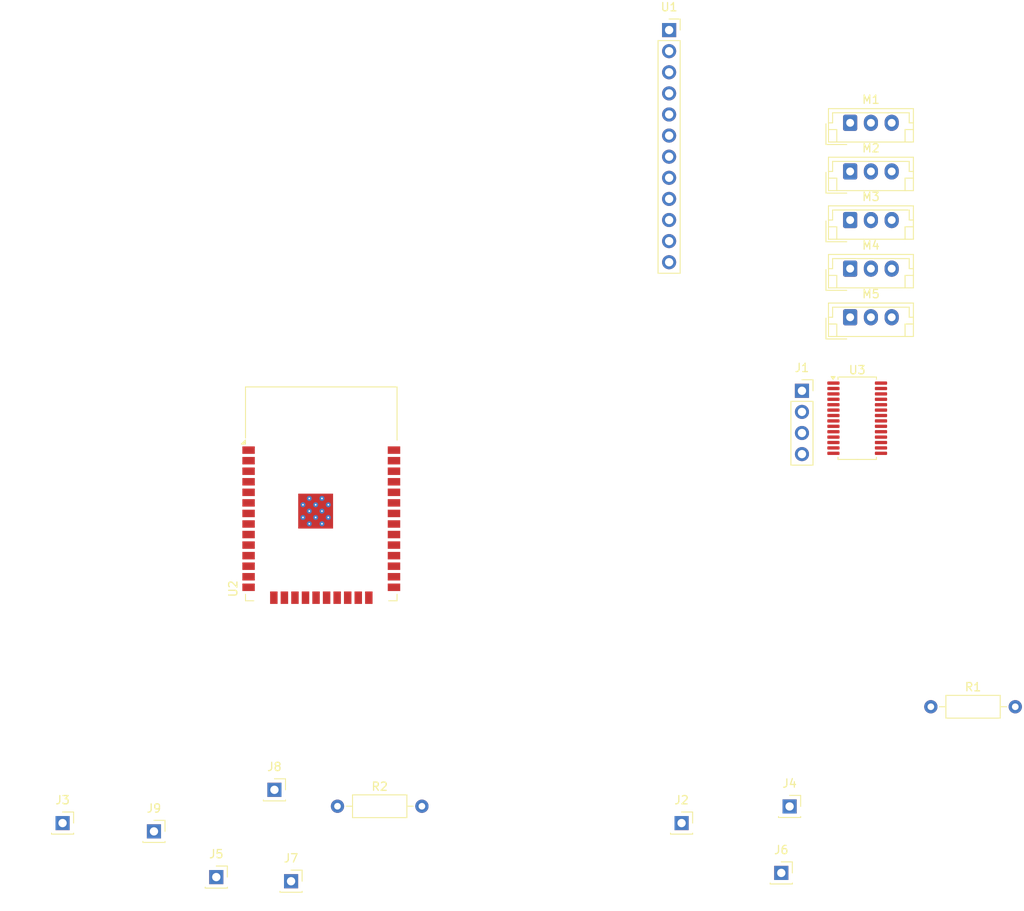
<source format=kicad_pcb>
(kicad_pcb (version 20240108) (generator "pcbnew") (generator_version "8.0")
  (layers (0 "F.Cu" signal) (31 "B.Cu" signal) (34 "B.Paste" user) (35 "F.Paste" user) (36 "B.SilkS" user "B.Silkscreen") (37 "F.SilkS" user "F.Silkscreen") (38 "B.Mask" user) (39 "F.Mask" user) (44 "Edge.Cuts" user))
  (net 0 "")
  (net 1 "Net-(J1-Pin_3)")
  (net 2 "Net-(J1-Pin_4)")
  (net 3 "Net-(J1-Pin_2)")
  (net 4 "Net-(J1-Pin_1)")
  (net 5 "12V")
  (net 6 "5V")
  (net 7 "GND")
  (net 8 "Earth")
  (net 9 "PWM1")
  (net 10 "PWM2")
  (net 11 "PWM3")
  (net 12 "PWM4")
  (net 13 "PWM5")
  (net 14 "SDA")
  (net 15 "SCL")
  (net 16 "DIR+")
  (net 17 "ENA+")
  (net 18 "PUL+")
  (footprint "Connector_PinSocket_2.54mm:PinSocket_1x12_P2.54mm_Vertical" (layer "F.Cu") (at 166 30.06)
    (property "Reference" "U1" (at 0 -2.77 0) (layer "F.SilkS"))
    (property "Value" "TB6600")
    (fp_line (start -1.33 1.27) (end -1.33 29.27) (stroke (width 0.12)) (layer "F.SilkS"))
    (fp_line (start -1.33 1.27) (end 1.33 1.27) (stroke (width 0.12)) (layer "F.SilkS"))
    (fp_line (start -1.33 29.27) (end 1.33 29.27) (stroke (width 0.12)) (layer "F.SilkS"))
    (fp_line (start 0 -1.33) (end 1.33 -1.33) (stroke (width 0.12)) (layer "F.SilkS"))
    (fp_line (start 1.33 -1.33) (end 1.33 0) (stroke (width 0.12)) (layer "F.SilkS"))
    (fp_line (start 1.33 1.27) (end 1.33 29.27) (stroke (width 0.12)) (layer "F.SilkS"))
    (pad "1" thru_hole rect (at 0 0) (size 1.7 1.7) (drill 1) (layers "*.Cu" "*.Mask") (net 8 "Earth"))
    (pad "2" thru_hole oval (at 0 2.54) (size 1.7 1.7) (drill 1) (layers "*.Cu" "*.Mask") (net 17 "ENA+"))
    (pad "3" thru_hole oval (at 0 5.08) (size 1.7 1.7) (drill 1) (layers "*.Cu" "*.Mask") (net 8 "Earth"))
    (pad "4" thru_hole oval (at 0 7.62) (size 1.7 1.7) (drill 1) (layers "*.Cu" "*.Mask") (net 16 "DIR+"))
    (pad "5" thru_hole oval (at 0 10.16) (size 1.7 1.7) (drill 1) (layers "*.Cu" "*.Mask") (net 8 "Earth"))
    (pad "6" thru_hole oval (at 0 12.7) (size 1.7 1.7) (drill 1) (layers "*.Cu" "*.Mask") (net 18 "PUL+"))
    (pad "7" thru_hole oval (at 0 15.24) (size 1.7 1.7) (drill 1) (layers "*.Cu" "*.Mask") (net 3 "Net-(J1-Pin_2)"))
    (pad "8" thru_hole oval (at 0 17.78) (size 1.7 1.7) (drill 1) (layers "*.Cu" "*.Mask") (net 4 "Net-(J1-Pin_1)"))
    (pad "9" thru_hole oval (at 0 20.32) (size 1.7 1.7) (drill 1) (layers "*.Cu" "*.Mask") (net 1 "Net-(J1-Pin_3)"))
    (pad "10" thru_hole oval (at 0 22.86) (size 1.7 1.7) (drill 1) (layers "*.Cu" "*.Mask") (net 2 "Net-(J1-Pin_4)"))
    (pad "11" thru_hole oval (at 0 25.4) (size 1.7 1.7) (drill 1) (layers "*.Cu" "*.Mask") (net 8 "Earth"))
    (pad "12" thru_hole oval (at 0 27.94) (size 1.7 1.7) (drill 1) (layers "*.Cu" "*.Mask") (net 5 "12V"))
  )
  (footprint "RF_Module:ESP32-WROOM-32" (layer "F.Cu") (at 124.1375 88.865)
    (property "Reference" "U2" (at -10.61 8.43 90) (layer "F.SilkS"))
    (property "Value" "ESP32-WROOM-32")
    (fp_line (start -9.12 -15.86) (end -9.12 -9.7) (stroke (width 0.12)) (layer "F.SilkS"))
    (fp_line (start -9.12 -15.86) (end 9.12 -15.86) (stroke (width 0.12)) (layer "F.SilkS"))
    (fp_line (start -9.12 9.1) (end -9.12 9.88) (stroke (width 0.12)) (layer "F.SilkS"))
    (fp_line (start -9.12 9.88) (end -8.12 9.88) (stroke (width 0.12)) (layer "F.SilkS"))
    (fp_line (start 9.12 -15.86) (end 9.12 -9.445) (stroke (width 0.12)) (layer "F.SilkS"))
    (fp_line (start 9.12 9.1) (end 9.12 9.88) (stroke (width 0.12)) (layer "F.SilkS"))
    (fp_line (start 9.12 9.88) (end 8.12 9.88) (stroke (width 0.12)) (layer "F.SilkS"))
    (fp_poly (pts (xy -9.125 -8.975) (xy -9.625 -8.975) (xy -9.125 -9.475) (xy -9.125 -8.975)) (stroke (width 0.12)) (fill solid) (layer "F.SilkS"))
    (pad "1" smd rect (at -8.75 -8.25) (size 1.5 0.9) (layers "F.Cu" "F.Paste" "F.Mask") (net 7 "GND"))
    (pad "2" smd rect (at -8.75 -6.98) (size 1.5 0.9) (layers "F.Cu" "F.Paste" "F.Mask") (net 6 "5V"))
    (pad "3" smd rect (at -8.75 -5.71) (size 1.5 0.9) (layers "F.Cu" "F.Paste" "F.Mask"))
    (pad "4" smd rect (at -8.75 -4.44) (size 1.5 0.9) (layers "F.Cu" "F.Paste" "F.Mask"))
    (pad "5" smd rect (at -8.75 -3.17) (size 1.5 0.9) (layers "F.Cu" "F.Paste" "F.Mask"))
    (pad "6" smd rect (at -8.75 -1.9) (size 1.5 0.9) (layers "F.Cu" "F.Paste" "F.Mask"))
    (pad "7" smd rect (at -8.75 -0.63) (size 1.5 0.9) (layers "F.Cu" "F.Paste" "F.Mask"))
    (pad "8" smd rect (at -8.75 0.64) (size 1.5 0.9) (layers "F.Cu" "F.Paste" "F.Mask"))
    (pad "9" smd rect (at -8.75 1.91) (size 1.5 0.9) (layers "F.Cu" "F.Paste" "F.Mask"))
    (pad "10" smd rect (at -8.75 3.18) (size 1.5 0.9) (layers "F.Cu" "F.Paste" "F.Mask") (net 18 "PUL+"))
    (pad "11" smd rect (at -8.75 4.45) (size 1.5 0.9) (layers "F.Cu" "F.Paste" "F.Mask") (net 16 "DIR+"))
    (pad "12" smd rect (at -8.75 5.72) (size 1.5 0.9) (layers "F.Cu" "F.Paste" "F.Mask"))
    (pad "13" smd rect (at -8.75 6.99) (size 1.5 0.9) (layers "F.Cu" "F.Paste" "F.Mask") (net 17 "ENA+"))
    (pad "14" smd rect (at -8.75 8.26) (size 1.5 0.9) (layers "F.Cu" "F.Paste" "F.Mask"))
    (pad "15" smd rect (at -5.71 9.51 90) (size 1.5 0.9) (layers "F.Cu" "F.Paste" "F.Mask") (net 7 "GND"))
    (pad "16" smd rect (at -4.44 9.51 90) (size 1.5 0.9) (layers "F.Cu" "F.Paste" "F.Mask"))
    (pad "17" smd rect (at -3.17 9.51 90) (size 1.5 0.9) (layers "F.Cu" "F.Paste" "F.Mask"))
    (pad "18" smd rect (at -1.9 9.51 90) (size 1.5 0.9) (layers "F.Cu" "F.Paste" "F.Mask"))
    (pad "19" smd rect (at -0.63 9.51 90) (size 1.5 0.9) (layers "F.Cu" "F.Paste" "F.Mask"))
    (pad "20" smd rect (at 0.64 9.51 90) (size 1.5 0.9) (layers "F.Cu" "F.Paste" "F.Mask"))
    (pad "21" smd rect (at 1.91 9.51 90) (size 1.5 0.9) (layers "F.Cu" "F.Paste" "F.Mask"))
    (pad "22" smd rect (at 3.18 9.51 90) (size 1.5 0.9) (layers "F.Cu" "F.Paste" "F.Mask"))
    (pad "23" smd rect (at 4.45 9.51 90) (size 1.5 0.9) (layers "F.Cu" "F.Paste" "F.Mask"))
    (pad "24" smd rect (at 5.72 9.51 90) (size 1.5 0.9) (layers "F.Cu" "F.Paste" "F.Mask"))
    (pad "25" smd rect (at 8.75 8.26) (size 1.5 0.9) (layers "F.Cu" "F.Paste" "F.Mask"))
    (pad "26" smd rect (at 8.75 6.99) (size 1.5 0.9) (layers "F.Cu" "F.Paste" "F.Mask"))
    (pad "27" smd rect (at 8.75 5.72) (size 1.5 0.9) (layers "F.Cu" "F.Paste" "F.Mask"))
    (pad "28" smd rect (at 8.75 4.45) (size 1.5 0.9) (layers "F.Cu" "F.Paste" "F.Mask"))
    (pad "29" smd rect (at 8.75 3.18) (size 1.5 0.9) (layers "F.Cu" "F.Paste" "F.Mask"))
    (pad "30" smd rect (at 8.75 1.91) (size 1.5 0.9) (layers "F.Cu" "F.Paste" "F.Mask"))
    (pad "31" smd rect (at 8.75 0.64) (size 1.5 0.9) (layers "F.Cu" "F.Paste" "F.Mask"))
    (pad "32" smd rect (at 8.75 -0.63) (size 1.5 0.9) (layers "F.Cu" "F.Paste" "F.Mask"))
    (pad "33" smd rect (at 8.75 -1.9) (size 1.5 0.9) (layers "F.Cu" "F.Paste" "F.Mask") (net 14 "SDA"))
    (pad "34" smd rect (at 8.75 -3.17) (size 1.5 0.9) (layers "F.Cu" "F.Paste" "F.Mask"))
    (pad "35" smd rect (at 8.75 -4.44) (size 1.5 0.9) (layers "F.Cu" "F.Paste" "F.Mask"))
    (pad "36" smd rect (at 8.75 -5.71) (size 1.5 0.9) (layers "F.Cu" "F.Paste" "F.Mask") (net 15 "SCL"))
    (pad "37" smd rect (at 8.75 -6.98) (size 1.5 0.9) (layers "F.Cu" "F.Paste" "F.Mask"))
    (pad "38" smd rect (at 8.75 -8.25) (size 1.5 0.9) (layers "F.Cu" "F.Paste" "F.Mask") (net 7 "GND"))
    (pad "39" smd rect (at -2.205 -2.435) (size 1.05 1.05) (layers "F.Cu" "F.Paste") (net 7 "GND"))
    (pad "39" thru_hole circle (at -2.205 -1.6725) (size 0.6 0.6) (drill 0.2) (property pad_prop_heatsink) (layers "*.Cu" "F.Mask") (net 7 "GND"))
    (pad "39" smd rect (at -2.205 -0.91) (size 1.05 1.05) (layers "F.Cu" "F.Paste") (net 7 "GND"))
    (pad "39" thru_hole circle (at -2.205 -0.1475) (size 0.6 0.6) (drill 0.2) (property pad_prop_heatsink) (layers "*.Cu" "F.Mask") (net 7 "GND"))
    (pad "39" smd rect (at -2.205 0.615) (size 1.05 1.05) (layers "F.Cu" "F.Paste") (net 7 "GND"))
    (pad "39" thru_hole circle (at -1.4425 -2.435) (size 0.6 0.6) (drill 0.2) (property pad_prop_heatsink) (layers "*.Cu" "F.Mask") (net 7 "GND"))
    (pad "39" thru_hole circle (at -1.4425 -0.91) (size 0.6 0.6) (drill 0.2) (property pad_prop_heatsink) (layers "*.Cu" "F.Mask") (net 7 "GND"))
    (pad "39" thru_hole circle (at -1.4425 0.615) (size 0.6 0.6) (drill 0.2) (property pad_prop_heatsink) (layers "*.Cu" "F.Mask") (net 7 "GND"))
    (pad "39" smd rect (at -0.68 -2.435) (size 1.05 1.05) (layers "F.Cu" "F.Paste") (net 7 "GND"))
    (pad "39" thru_hole circle (at -0.68 -1.6725) (size 0.6 0.6) (drill 0.2) (property pad_prop_heatsink) (layers "*.Cu" "F.Mask") (net 7 "GND"))
    (pad "39" smd rect (at -0.68 -0.91) (size 1.05 1.05) (layers "F.Cu" "F.Paste") (net 7 "GND"))
    (pad "39" smd rect (at -0.68 -0.91) (size 4.2 4.2) (layers "F.Cu" "F.Mask") (net 7 "GND"))
    (pad "39" thru_hole circle (at -0.68 -0.1475) (size 0.6 0.6) (drill 0.2) (property pad_prop_heatsink) (layers "*.Cu" "F.Mask") (net 7 "GND"))
    (pad "39" smd rect (at -0.68 0.615) (size 1.05 1.05) (layers "F.Cu" "F.Paste") (net 7 "GND"))
    (pad "39" thru_hole circle (at 0.0825 -2.435) (size 0.6 0.6) (drill 0.2) (property pad_prop_heatsink) (layers "*.Cu" "F.Mask") (net 7 "GND"))
    (pad "39" thru_hole circle (at 0.0825 -0.91) (size 0.6 0.6) (drill 0.2) (property pad_prop_heatsink) (layers "*.Cu" "F.Mask") (net 7 "GND"))
    (pad "39" thru_hole circle (at 0.0825 0.615) (size 0.6 0.6) (drill 0.2) (property pad_prop_heatsink) (layers "*.Cu" "F.Mask") (net 7 "GND"))
    (pad "39" smd rect (at 0.845 -2.435) (size 1.05 1.05) (layers "F.Cu" "F.Paste") (net 7 "GND"))
    (pad "39" thru_hole circle (at 0.845 -1.6725) (size 0.6 0.6) (drill 0.2) (property pad_prop_heatsink) (layers "*.Cu" "F.Mask") (net 7 "GND"))
    (pad "39" smd rect (at 0.845 -0.91) (size 1.05 1.05) (layers "F.Cu" "F.Paste") (net 7 "GND"))
    (pad "39" thru_hole circle (at 0.845 -0.1475) (size 0.6 0.6) (drill 0.2) (property pad_prop_heatsink) (layers "*.Cu" "F.Mask") (net 7 "GND"))
    (pad "39" smd rect (at 0.845 0.615) (size 1.05 1.05) (layers "F.Cu" "F.Paste") (net 7 "GND"))
  )
  (footprint "Package_SO:TSSOP-28_4.4x9.7mm_P0.65mm" (layer "F.Cu") (at 188.6375 76.775)
    (property "Reference" "U3" (at 0 -5.8 0) (layer "F.SilkS"))
    (property "Value" "PCA9685PW")
    (fp_line (start -2.31 -4.96) (end -2.31 -4.685) (stroke (width 0.12)) (layer "F.SilkS"))
    (fp_line (start -2.31 4.96) (end -2.31 4.685) (stroke (width 0.12)) (layer "F.SilkS"))
    (fp_line (start 0 -4.96) (end -2.31 -4.96) (stroke (width 0.12)) (layer "F.SilkS"))
    (fp_line (start 0 -4.96) (end 2.31 -4.96) (stroke (width 0.12)) (layer "F.SilkS"))
    (fp_line (start 0 4.96) (end -2.31 4.96) (stroke (width 0.12)) (layer "F.SilkS"))
    (fp_line (start 0 4.96) (end 2.31 4.96) (stroke (width 0.12)) (layer "F.SilkS"))
    (fp_line (start 2.31 -4.96) (end 2.31 -4.685) (stroke (width 0.12)) (layer "F.SilkS"))
    (fp_line (start 2.31 4.96) (end 2.31 4.685) (stroke (width 0.12)) (layer "F.SilkS"))
    (fp_poly (pts (xy -2.9 -4.685) (xy -3.14 -5.015) (xy -2.66 -5.015) (xy -2.9 -4.685)) (stroke (width 0.12)) (fill solid) (layer "F.SilkS"))
    (pad "1" smd roundrect (at -2.8625 -4.225) (size 1.475 0.4) (layers "F.Cu" "F.Paste" "F.Mask"))
    (pad "2" smd roundrect (at -2.8625 -3.575) (size 1.475 0.4) (layers "F.Cu" "F.Paste" "F.Mask"))
    (pad "3" smd roundrect (at -2.8625 -2.925) (size 1.475 0.4) (layers "F.Cu" "F.Paste" "F.Mask"))
    (pad "4" smd roundrect (at -2.8625 -2.275) (size 1.475 0.4) (layers "F.Cu" "F.Paste" "F.Mask"))
    (pad "5" smd roundrect (at -2.8625 -1.625) (size 1.475 0.4) (layers "F.Cu" "F.Paste" "F.Mask"))
    (pad "6" smd roundrect (at -2.8625 -0.975) (size 1.475 0.4) (layers "F.Cu" "F.Paste" "F.Mask") (net 9 "PWM1"))
    (pad "7" smd roundrect (at -2.8625 -0.325) (size 1.475 0.4) (layers "F.Cu" "F.Paste" "F.Mask") (net 10 "PWM2"))
    (pad "8" smd roundrect (at -2.8625 0.325) (size 1.475 0.4) (layers "F.Cu" "F.Paste" "F.Mask") (net 11 "PWM3"))
    (pad "9" smd roundrect (at -2.8625 0.975) (size 1.475 0.4) (layers "F.Cu" "F.Paste" "F.Mask") (net 12 "PWM4"))
    (pad "10" smd roundrect (at -2.8625 1.625) (size 1.475 0.4) (layers "F.Cu" "F.Paste" "F.Mask") (net 13 "PWM5"))
    (pad "11" smd roundrect (at -2.8625 2.275) (size 1.475 0.4) (layers "F.Cu" "F.Paste" "F.Mask"))
    (pad "12" smd roundrect (at -2.8625 2.925) (size 1.475 0.4) (layers "F.Cu" "F.Paste" "F.Mask"))
    (pad "13" smd roundrect (at -2.8625 3.575) (size 1.475 0.4) (layers "F.Cu" "F.Paste" "F.Mask"))
    (pad "14" smd roundrect (at -2.8625 4.225) (size 1.475 0.4) (layers "F.Cu" "F.Paste" "F.Mask") (net 6 "5V"))
    (pad "15" smd roundrect (at 2.8625 4.225) (size 1.475 0.4) (layers "F.Cu" "F.Paste" "F.Mask"))
    (pad "16" smd roundrect (at 2.8625 3.575) (size 1.475 0.4) (layers "F.Cu" "F.Paste" "F.Mask"))
    (pad "17" smd roundrect (at 2.8625 2.925) (size 1.475 0.4) (layers "F.Cu" "F.Paste" "F.Mask"))
    (pad "18" smd roundrect (at 2.8625 2.275) (size 1.475 0.4) (layers "F.Cu" "F.Paste" "F.Mask"))
    (pad "19" smd roundrect (at 2.8625 1.625) (size 1.475 0.4) (layers "F.Cu" "F.Paste" "F.Mask"))
    (pad "20" smd roundrect (at 2.8625 0.975) (size 1.475 0.4) (layers "F.Cu" "F.Paste" "F.Mask"))
    (pad "21" smd roundrect (at 2.8625 0.325) (size 1.475 0.4) (layers "F.Cu" "F.Paste" "F.Mask"))
    (pad "22" smd roundrect (at 2.8625 -0.325) (size 1.475 0.4) (layers "F.Cu" "F.Paste" "F.Mask"))
    (pad "23" smd roundrect (at 2.8625 -0.975) (size 1.475 0.4) (layers "F.Cu" "F.Paste" "F.Mask"))
    (pad "24" smd roundrect (at 2.8625 -1.625) (size 1.475 0.4) (layers "F.Cu" "F.Paste" "F.Mask"))
    (pad "25" smd roundrect (at 2.8625 -2.275) (size 1.475 0.4) (layers "F.Cu" "F.Paste" "F.Mask") (net 7 "GND"))
    (pad "26" smd roundrect (at 2.8625 -2.925) (size 1.475 0.4) (layers "F.Cu" "F.Paste" "F.Mask") (net 15 "SCL"))
    (pad "27" smd roundrect (at 2.8625 -3.575) (size 1.475 0.4) (layers "F.Cu" "F.Paste" "F.Mask") (net 14 "SDA"))
    (pad "28" smd roundrect (at 2.8625 -4.225) (size 1.475 0.4) (layers "F.Cu" "F.Paste" "F.Mask") (net 7 "GND"))
  )
  (footprint "Connector_JST:JST_EH_B3B-EH-A_1x03_P2.50mm_Vertical" (layer "F.Cu") (at 187.7875 41.225)
    (property "Reference" "M1" (at 2.5 -2.8 0) (layer "F.SilkS"))
    (property "Value" "Motor_Servo")
    (fp_line (start -2.91 0.11) (end -2.91 2.61) (stroke (width 0.12)) (layer "F.SilkS"))
    (fp_line (start -2.91 2.61) (end -0.41 2.61) (stroke (width 0.12)) (layer "F.SilkS"))
    (fp_line (start -2.61 -1.71) (end -2.61 2.31) (stroke (width 0.12)) (layer "F.SilkS"))
    (fp_line (start -2.61 0) (end -2.11 0) (stroke (width 0.12)) (layer "F.SilkS"))
    (fp_line (start -2.61 0.81) (end -1.61 0.81) (stroke (width 0.12)) (layer "F.SilkS"))
    (fp_line (start -2.61 2.31) (end 7.61 2.31) (stroke (width 0.12)) (layer "F.SilkS"))
    (fp_line (start -2.11 -1.21) (end 7.11 -1.21) (stroke (width 0.12)) (layer "F.SilkS"))
    (fp_line (start -2.11 0) (end -2.11 -1.21) (stroke (width 0.12)) (layer "F.SilkS"))
    (fp_line (start -1.61 0.81) (end -1.61 2.31) (stroke (width 0.12)) (layer "F.SilkS"))
    (fp_line (start 6.61 0.81) (end 6.61 2.31) (stroke (width 0.12)) (layer "F.SilkS"))
    (fp_line (start 7.11 -1.21) (end 7.11 0) (stroke (width 0.12)) (layer "F.SilkS"))
    (fp_line (start 7.11 0) (end 7.61 0) (stroke (width 0.12)) (layer "F.SilkS"))
    (fp_line (start 7.61 -1.71) (end -2.61 -1.71) (stroke (width 0.12)) (layer "F.SilkS"))
    (fp_line (start 7.61 0.81) (end 6.61 0.81) (stroke (width 0.12)) (layer "F.SilkS"))
    (fp_line (start 7.61 2.31) (end 7.61 -1.71) (stroke (width 0.12)) (layer "F.SilkS"))
    (pad "1" thru_hole roundrect (at 0 0) (size 1.7 1.95) (drill 0.95) (layers "*.Cu" "*.Mask") (roundrect_rratio 0.147059) (net 9 "PWM1"))
    (pad "2" thru_hole oval (at 2.5 0) (size 1.7 1.95) (drill 0.95) (layers "*.Cu" "*.Mask") (net 6 "5V"))
    (pad "3" thru_hole oval (at 5 0) (size 1.7 1.95) (drill 0.95) (layers "*.Cu" "*.Mask") (net 7 "GND"))
  )
  (footprint "Connector_PinSocket_2.54mm:PinSocket_1x01_P2.54mm_Vertical" (layer "F.Cu") (at 180.5 123.5)
    (property "Reference" "J4" (at 0 -2.77 0) (layer "F.SilkS"))
    (property "Value" "Conn_01x01_Socket")
    (fp_line (start -1.33 1.21) (end -1.33 1.33) (stroke (width 0.12)) (layer "F.SilkS"))
    (fp_line (start -1.33 1.33) (end 1.33 1.33) (stroke (width 0.12)) (layer "F.SilkS"))
    (fp_line (start 0 -1.33) (end 1.33 -1.33) (stroke (width 0.12)) (layer "F.SilkS"))
    (fp_line (start 1.33 -1.33) (end 1.33 0) (stroke (width 0.12)) (layer "F.SilkS"))
    (fp_line (start 1.33 1.21) (end 1.33 1.33) (stroke (width 0.12)) (layer "F.SilkS"))
    (pad "1" thru_hole rect (at 0 0) (size 1.7 1.7) (drill 1) (layers "*.Cu" "*.Mask") (net 7 "GND"))
  )
  (footprint "Connector_JST:JST_EH_B3B-EH-A_1x03_P2.50mm_Vertical" (layer "F.Cu") (at 187.7875 47.075)
    (property "Reference" "M2" (at 2.5 -2.8 0) (layer "F.SilkS"))
    (property "Value" "Motor_Servo")
    (fp_line (start -2.91 0.11) (end -2.91 2.61) (stroke (width 0.12)) (layer "F.SilkS"))
    (fp_line (start -2.91 2.61) (end -0.41 2.61) (stroke (width 0.12)) (layer "F.SilkS"))
    (fp_line (start -2.61 -1.71) (end -2.61 2.31) (stroke (width 0.12)) (layer "F.SilkS"))
    (fp_line (start -2.61 0) (end -2.11 0) (stroke (width 0.12)) (layer "F.SilkS"))
    (fp_line (start -2.61 0.81) (end -1.61 0.81) (stroke (width 0.12)) (layer "F.SilkS"))
    (fp_line (start -2.61 2.31) (end 7.61 2.31) (stroke (width 0.12)) (layer "F.SilkS"))
    (fp_line (start -2.11 -1.21) (end 7.11 -1.21) (stroke (width 0.12)) (layer "F.SilkS"))
    (fp_line (start -2.11 0) (end -2.11 -1.21) (stroke (width 0.12)) (layer "F.SilkS"))
    (fp_line (start -1.61 0.81) (end -1.61 2.31) (stroke (width 0.12)) (layer "F.SilkS"))
    (fp_line (start 6.61 0.81) (end 6.61 2.31) (stroke (width 0.12)) (layer "F.SilkS"))
    (fp_line (start 7.11 -1.21) (end 7.11 0) (stroke (width 0.12)) (layer "F.SilkS"))
    (fp_line (start 7.11 0) (end 7.61 0) (stroke (width 0.12)) (layer "F.SilkS"))
    (fp_line (start 7.61 -1.71) (end -2.61 -1.71) (stroke (width 0.12)) (layer "F.SilkS"))
    (fp_line (start 7.61 0.81) (end 6.61 0.81) (stroke (width 0.12)) (layer "F.SilkS"))
    (fp_line (start 7.61 2.31) (end 7.61 -1.71) (stroke (width 0.12)) (layer "F.SilkS"))
    (pad "1" thru_hole roundrect (at 0 0) (size 1.7 1.95) (drill 0.95) (layers "*.Cu" "*.Mask") (roundrect_rratio 0.147059) (net 10 "PWM2"))
    (pad "2" thru_hole oval (at 2.5 0) (size 1.7 1.95) (drill 0.95) (layers "*.Cu" "*.Mask") (net 6 "5V"))
    (pad "3" thru_hole oval (at 5 0) (size 1.7 1.95) (drill 0.95) (layers "*.Cu" "*.Mask") (net 7 "GND"))
  )
  (footprint "Connector_PinSocket_2.54mm:PinSocket_1x01_P2.54mm_Vertical" (layer "F.Cu") (at 167.5 125.5)
    (property "Reference" "J2" (at 0 -2.77 0) (layer "F.SilkS"))
    (property "Value" "Conn_01x01_Socket")
    (fp_line (start -1.33 1.21) (end -1.33 1.33) (stroke (width 0.12)) (layer "F.SilkS"))
    (fp_line (start -1.33 1.33) (end 1.33 1.33) (stroke (width 0.12)) (layer "F.SilkS"))
    (fp_line (start 0 -1.33) (end 1.33 -1.33) (stroke (width 0.12)) (layer "F.SilkS"))
    (fp_line (start 1.33 -1.33) (end 1.33 0) (stroke (width 0.12)) (layer "F.SilkS"))
    (fp_line (start 1.33 1.21) (end 1.33 1.33) (stroke (width 0.12)) (layer "F.SilkS"))
    (pad "1" thru_hole rect (at 0 0) (size 1.7 1.7) (drill 1) (layers "*.Cu" "*.Mask") (net 5 "12V"))
  )
  (footprint "Connector_JST:JST_EH_B3B-EH-A_1x03_P2.50mm_Vertical" (layer "F.Cu") (at 187.7875 52.925)
    (property "Reference" "M3" (at 2.5 -2.8 0) (layer "F.SilkS"))
    (property "Value" "Motor_Servo")
    (fp_line (start -2.91 0.11) (end -2.91 2.61) (stroke (width 0.12)) (layer "F.SilkS"))
    (fp_line (start -2.91 2.61) (end -0.41 2.61) (stroke (width 0.12)) (layer "F.SilkS"))
    (fp_line (start -2.61 -1.71) (end -2.61 2.31) (stroke (width 0.12)) (layer "F.SilkS"))
    (fp_line (start -2.61 0) (end -2.11 0) (stroke (width 0.12)) (layer "F.SilkS"))
    (fp_line (start -2.61 0.81) (end -1.61 0.81) (stroke (width 0.12)) (layer "F.SilkS"))
    (fp_line (start -2.61 2.31) (end 7.61 2.31) (stroke (width 0.12)) (layer "F.SilkS"))
    (fp_line (start -2.11 -1.21) (end 7.11 -1.21) (stroke (width 0.12)) (layer "F.SilkS"))
    (fp_line (start -2.11 0) (end -2.11 -1.21) (stroke (width 0.12)) (layer "F.SilkS"))
    (fp_line (start -1.61 0.81) (end -1.61 2.31) (stroke (width 0.12)) (layer "F.SilkS"))
    (fp_line (start 6.61 0.81) (end 6.61 2.31) (stroke (width 0.12)) (layer "F.SilkS"))
    (fp_line (start 7.11 -1.21) (end 7.11 0) (stroke (width 0.12)) (layer "F.SilkS"))
    (fp_line (start 7.11 0) (end 7.61 0) (stroke (width 0.12)) (layer "F.SilkS"))
    (fp_line (start 7.61 -1.71) (end -2.61 -1.71) (stroke (width 0.12)) (layer "F.SilkS"))
    (fp_line (start 7.61 0.81) (end 6.61 0.81) (stroke (width 0.12)) (layer "F.SilkS"))
    (fp_line (start 7.61 2.31) (end 7.61 -1.71) (stroke (width 0.12)) (layer "F.SilkS"))
    (pad "1" thru_hole roundrect (at 0 0) (size 1.7 1.95) (drill 0.95) (layers "*.Cu" "*.Mask") (roundrect_rratio 0.147059) (net 11 "PWM3"))
    (pad "2" thru_hole oval (at 2.5 0) (size 1.7 1.95) (drill 0.95) (layers "*.Cu" "*.Mask") (net 6 "5V"))
    (pad "3" thru_hole oval (at 5 0) (size 1.7 1.95) (drill 0.95) (layers "*.Cu" "*.Mask") (net 7 "GND"))
  )
  (footprint "Connector_JST:JST_EH_B3B-EH-A_1x03_P2.50mm_Vertical" (layer "F.Cu") (at 187.7875 58.775)
    (property "Reference" "M4" (at 2.5 -2.8 0) (layer "F.SilkS"))
    (property "Value" "Motor_Servo")
    (fp_line (start -2.91 0.11) (end -2.91 2.61) (stroke (width 0.12)) (layer "F.SilkS"))
    (fp_line (start -2.91 2.61) (end -0.41 2.61) (stroke (width 0.12)) (layer "F.SilkS"))
    (fp_line (start -2.61 -1.71) (end -2.61 2.31) (stroke (width 0.12)) (layer "F.SilkS"))
    (fp_line (start -2.61 0) (end -2.11 0) (stroke (width 0.12)) (layer "F.SilkS"))
    (fp_line (start -2.61 0.81) (end -1.61 0.81) (stroke (width 0.12)) (layer "F.SilkS"))
    (fp_line (start -2.61 2.31) (end 7.61 2.31) (stroke (width 0.12)) (layer "F.SilkS"))
    (fp_line (start -2.11 -1.21) (end 7.11 -1.21) (stroke (width 0.12)) (layer "F.SilkS"))
    (fp_line (start -2.11 0) (end -2.11 -1.21) (stroke (width 0.12)) (layer "F.SilkS"))
    (fp_line (start -1.61 0.81) (end -1.61 2.31) (stroke (width 0.12)) (layer "F.SilkS"))
    (fp_line (start 6.61 0.81) (end 6.61 2.31) (stroke (width 0.12)) (layer "F.SilkS"))
    (fp_line (start 7.11 -1.21) (end 7.11 0) (stroke (width 0.12)) (layer "F.SilkS"))
    (fp_line (start 7.11 0) (end 7.61 0) (stroke (width 0.12)) (layer "F.SilkS"))
    (fp_line (start 7.61 -1.71) (end -2.61 -1.71) (stroke (width 0.12)) (layer "F.SilkS"))
    (fp_line (start 7.61 0.81) (end 6.61 0.81) (stroke (width 0.12)) (layer "F.SilkS"))
    (fp_line (start 7.61 2.31) (end 7.61 -1.71) (stroke (width 0.12)) (layer "F.SilkS"))
    (pad "1" thru_hole roundrect (at 0 0) (size 1.7 1.95) (drill 0.95) (layers "*.Cu" "*.Mask") (roundrect_rratio 0.147059) (net 12 "PWM4"))
    (pad "2" thru_hole oval (at 2.5 0) (size 1.7 1.95) (drill 0.95) (layers "*.Cu" "*.Mask") (net 6 "5V"))
    (pad "3" thru_hole oval (at 5 0) (size 1.7 1.95) (drill 0.95) (layers "*.Cu" "*.Mask") (net 7 "GND"))
  )
  (footprint "Resistor_THT:R_Axial_DIN0207_L6.3mm_D2.5mm_P10.16mm_Horizontal" (layer "F.Cu") (at 197.5 111.5)
    (property "Reference" "R1" (at 5.08 -2.37 0) (layer "F.SilkS"))
    (property "Value" "4.7k")
    (fp_line (start 1.04 0) (end 1.81 0) (stroke (width 0.12)) (layer "F.SilkS"))
    (fp_line (start 1.81 -1.37) (end 1.81 1.37) (stroke (width 0.12)) (layer "F.SilkS"))
    (fp_line (start 1.81 1.37) (end 8.35 1.37) (stroke (width 0.12)) (layer "F.SilkS"))
    (fp_line (start 8.35 -1.37) (end 1.81 -1.37) (stroke (width 0.12)) (layer "F.SilkS"))
    (fp_line (start 8.35 1.37) (end 8.35 -1.37) (stroke (width 0.12)) (layer "F.SilkS"))
    (fp_line (start 9.12 0) (end 8.35 0) (stroke (width 0.12)) (layer "F.SilkS"))
    (pad "1" thru_hole circle (at 0 0) (size 1.6 1.6) (drill 0.8) (layers "*.Cu" "*.Mask") (net 6 "5V"))
    (pad "2" thru_hole oval (at 10.16 0) (size 1.6 1.6) (drill 0.8) (layers "*.Cu" "*.Mask") (net 14 "SDA"))
  )
  (footprint "Connector_PinSocket_2.54mm:PinSocket_1x01_P2.54mm_Vertical" (layer "F.Cu") (at 104 126.5)
    (property "Reference" "J9" (at 0 -2.77 0) (layer "F.SilkS"))
    (property "Value" "Conn_01x01_Socket")
    (fp_line (start -1.33 1.21) (end -1.33 1.33) (stroke (width 0.12)) (layer "F.SilkS"))
    (fp_line (start -1.33 1.33) (end 1.33 1.33) (stroke (width 0.12)) (layer "F.SilkS"))
    (fp_line (start 0 -1.33) (end 1.33 -1.33) (stroke (width 0.12)) (layer "F.SilkS"))
    (fp_line (start 1.33 -1.33) (end 1.33 0) (stroke (width 0.12)) (layer "F.SilkS"))
    (fp_line (start 1.33 1.21) (end 1.33 1.33) (stroke (width 0.12)) (layer "F.SilkS"))
    (pad "1" thru_hole rect (at 0 0) (size 1.7 1.7) (drill 1) (layers "*.Cu" "*.Mask") (net 7 "GND"))
  )
  (footprint "Connector_PinSocket_2.54mm:PinSocket_1x04_P2.54mm_Vertical" (layer "F.Cu") (at 181.9875 73.475)
    (property "Reference" "J1" (at 0 -2.77 0) (layer "F.SilkS"))
    (property "Value" "Conn_01x04_Pin")
    (fp_line (start -1.33 1.27) (end -1.33 8.95) (stroke (width 0.12)) (layer "F.SilkS"))
    (fp_line (start -1.33 1.27) (end 1.33 1.27) (stroke (width 0.12)) (layer "F.SilkS"))
    (fp_line (start -1.33 8.95) (end 1.33 8.95) (stroke (width 0.12)) (layer "F.SilkS"))
    (fp_line (start 0 -1.33) (end 1.33 -1.33) (stroke (width 0.12)) (layer "F.SilkS"))
    (fp_line (start 1.33 -1.33) (end 1.33 0) (stroke (width 0.12)) (layer "F.SilkS"))
    (fp_line (start 1.33 1.27) (end 1.33 8.95) (stroke (width 0.12)) (layer "F.SilkS"))
    (pad "1" thru_hole rect (at 0 0) (size 1.7 1.7) (drill 1) (layers "*.Cu" "*.Mask") (net 4 "Net-(J1-Pin_1)"))
    (pad "2" thru_hole oval (at 0 2.54) (size 1.7 1.7) (drill 1) (layers "*.Cu" "*.Mask") (net 3 "Net-(J1-Pin_2)"))
    (pad "3" thru_hole oval (at 0 5.08) (size 1.7 1.7) (drill 1) (layers "*.Cu" "*.Mask") (net 1 "Net-(J1-Pin_3)"))
    (pad "4" thru_hole oval (at 0 7.62) (size 1.7 1.7) (drill 1) (layers "*.Cu" "*.Mask") (net 2 "Net-(J1-Pin_4)"))
  )
  (footprint "Connector_PinSocket_2.54mm:PinSocket_1x01_P2.54mm_Vertical" (layer "F.Cu") (at 179.5 131.5)
    (property "Reference" "J6" (at 0 -2.77 0) (layer "F.SilkS"))
    (property "Value" "Conn_01x01_Socket")
    (fp_line (start -1.33 1.21) (end -1.33 1.33) (stroke (width 0.12)) (layer "F.SilkS"))
    (fp_line (start -1.33 1.33) (end 1.33 1.33) (stroke (width 0.12)) (layer "F.SilkS"))
    (fp_line (start 0 -1.33) (end 1.33 -1.33) (stroke (width 0.12)) (layer "F.SilkS"))
    (fp_line (start 1.33 -1.33) (end 1.33 0) (stroke (width 0.12)) (layer "F.SilkS"))
    (fp_line (start 1.33 1.21) (end 1.33 1.33) (stroke (width 0.12)) (layer "F.SilkS"))
    (pad "1" thru_hole rect (at 0 0) (size 1.7 1.7) (drill 1) (layers "*.Cu" "*.Mask") (net 5 "12V"))
  )
  (footprint "Connector_PinSocket_2.54mm:PinSocket_1x01_P2.54mm_Vertical" (layer "F.Cu") (at 111.5 132)
    (property "Reference" "J5" (at 0 -2.77 0) (layer "F.SilkS"))
    (property "Value" "Conn_01x01_Socket")
    (fp_line (start -1.33 1.21) (end -1.33 1.33) (stroke (width 0.12)) (layer "F.SilkS"))
    (fp_line (start -1.33 1.33) (end 1.33 1.33) (stroke (width 0.12)) (layer "F.SilkS"))
    (fp_line (start 0 -1.33) (end 1.33 -1.33) (stroke (width 0.12)) (layer "F.SilkS"))
    (fp_line (start 1.33 -1.33) (end 1.33 0) (stroke (width 0.12)) (layer "F.SilkS"))
    (fp_line (start 1.33 1.21) (end 1.33 1.33) (stroke (width 0.12)) (layer "F.SilkS"))
    (pad "1" thru_hole rect (at 0 0) (size 1.7 1.7) (drill 1) (layers "*.Cu" "*.Mask") (net 8 "Earth"))
  )
  (footprint "Connector_JST:JST_EH_B3B-EH-A_1x03_P2.50mm_Vertical" (layer "F.Cu") (at 187.7875 64.625)
    (property "Reference" "M5" (at 2.5 -2.8 0) (layer "F.SilkS"))
    (property "Value" "Motor_Servo")
    (fp_line (start -2.91 0.11) (end -2.91 2.61) (stroke (width 0.12)) (layer "F.SilkS"))
    (fp_line (start -2.91 2.61) (end -0.41 2.61) (stroke (width 0.12)) (layer "F.SilkS"))
    (fp_line (start -2.61 -1.71) (end -2.61 2.31) (stroke (width 0.12)) (layer "F.SilkS"))
    (fp_line (start -2.61 0) (end -2.11 0) (stroke (width 0.12)) (layer "F.SilkS"))
    (fp_line (start -2.61 0.81) (end -1.61 0.81) (stroke (width 0.12)) (layer "F.SilkS"))
    (fp_line (start -2.61 2.31) (end 7.61 2.31) (stroke (width 0.12)) (layer "F.SilkS"))
    (fp_line (start -2.11 -1.21) (end 7.11 -1.21) (stroke (width 0.12)) (layer "F.SilkS"))
    (fp_line (start -2.11 0) (end -2.11 -1.21) (stroke (width 0.12)) (layer "F.SilkS"))
    (fp_line (start -1.61 0.81) (end -1.61 2.31) (stroke (width 0.12)) (layer "F.SilkS"))
    (fp_line (start 6.61 0.81) (end 6.61 2.31) (stroke (width 0.12)) (layer "F.SilkS"))
    (fp_line (start 7.11 -1.21) (end 7.11 0) (stroke (width 0.12)) (layer "F.SilkS"))
    (fp_line (start 7.11 0) (end 7.61 0) (stroke (width 0.12)) (layer "F.SilkS"))
    (fp_line (start 7.61 -1.71) (end -2.61 -1.71) (stroke (width 0.12)) (layer "F.SilkS"))
    (fp_line (start 7.61 0.81) (end 6.61 0.81) (stroke (width 0.12)) (layer "F.SilkS"))
    (fp_line (start 7.61 2.31) (end 7.61 -1.71) (stroke (width 0.12)) (layer "F.SilkS"))
    (pad "1" thru_hole roundrect (at 0 0) (size 1.7 1.95) (drill 0.95) (layers "*.Cu" "*.Mask") (roundrect_rratio 0.147059) (net 13 "PWM5"))
    (pad "2" thru_hole oval (at 2.5 0) (size 1.7 1.95) (drill 0.95) (layers "*.Cu" "*.Mask") (net 6 "5V"))
    (pad "3" thru_hole oval (at 5 0) (size 1.7 1.95) (drill 0.95) (layers "*.Cu" "*.Mask") (net 7 "GND"))
  )
  (footprint "Connector_PinSocket_2.54mm:PinSocket_1x01_P2.54mm_Vertical" (layer "F.Cu") (at 120.5 132.5)
    (property "Reference" "J7" (at 0 -2.77 0) (layer "F.SilkS"))
    (property "Value" "Conn_01x01_Socket")
    (fp_line (start -1.33 1.21) (end -1.33 1.33) (stroke (width 0.12)) (layer "F.SilkS"))
    (fp_line (start -1.33 1.33) (end 1.33 1.33) (stroke (width 0.12)) (layer "F.SilkS"))
    (fp_line (start 0 -1.33) (end 1.33 -1.33) (stroke (width 0.12)) (layer "F.SilkS"))
    (fp_line (start 1.33 -1.33) (end 1.33 0) (stroke (width 0.12)) (layer "F.SilkS"))
    (fp_line (start 1.33 1.21) (end 1.33 1.33) (stroke (width 0.12)) (layer "F.SilkS"))
    (pad "1" thru_hole rect (at 0 0) (size 1.7 1.7) (drill 1) (layers "*.Cu" "*.Mask") (net 8 "Earth"))
  )
  (footprint "Connector_PinSocket_2.54mm:PinSocket_1x01_P2.54mm_Vertical" (layer "F.Cu") (at 93 125.5)
    (property "Reference" "J3" (at 0 -2.77 0) (layer "F.SilkS"))
    (property "Value" "Conn_01x01_Socket")
    (fp_line (start -1.33 1.21) (end -1.33 1.33) (stroke (width 0.12)) (layer "F.SilkS"))
    (fp_line (start -1.33 1.33) (end 1.33 1.33) (stroke (width 0.12)) (layer "F.SilkS"))
    (fp_line (start 0 -1.33) (end 1.33 -1.33) (stroke (width 0.12)) (layer "F.SilkS"))
    (fp_line (start 1.33 -1.33) (end 1.33 0) (stroke (width 0.12)) (layer "F.SilkS"))
    (fp_line (start 1.33 1.21) (end 1.33 1.33) (stroke (width 0.12)) (layer "F.SilkS"))
    (pad "1" thru_hole rect (at 0 0) (size 1.7 1.7) (drill 1) (layers "*.Cu" "*.Mask") (net 6 "5V"))
  )
  (footprint "Resistor_THT:R_Axial_DIN0207_L6.3mm_D2.5mm_P10.16mm_Horizontal" (layer "F.Cu") (at 126.0875 123.475)
    (property "Reference" "R2" (at 5.08 -2.37 0) (layer "F.SilkS"))
    (property "Value" "4.7k")
    (fp_line (start 1.04 0) (end 1.81 0) (stroke (width 0.12)) (layer "F.SilkS"))
    (fp_line (start 1.81 -1.37) (end 1.81 1.37) (stroke (width 0.12)) (layer "F.SilkS"))
    (fp_line (start 1.81 1.37) (end 8.35 1.37) (stroke (width 0.12)) (layer "F.SilkS"))
    (fp_line (start 8.35 -1.37) (end 1.81 -1.37) (stroke (width 0.12)) (layer "F.SilkS"))
    (fp_line (start 8.35 1.37) (end 8.35 -1.37) (stroke (width 0.12)) (layer "F.SilkS"))
    (fp_line (start 9.12 0) (end 8.35 0) (stroke (width 0.12)) (layer "F.SilkS"))
    (pad "1" thru_hole circle (at 0 0) (size 1.6 1.6) (drill 0.8) (layers "*.Cu" "*.Mask") (net 6 "5V"))
    (pad "2" thru_hole oval (at 10.16 0) (size 1.6 1.6) (drill 0.8) (layers "*.Cu" "*.Mask") (net 15 "SCL"))
  )
  (footprint "Connector_PinSocket_2.54mm:PinSocket_1x01_P2.54mm_Vertical" (layer "F.Cu") (at 118.5 121.5)
    (property "Reference" "J8" (at 0 -2.77 0) (layer "F.SilkS"))
    (property "Value" "Conn_01x01_Socket")
    (fp_line (start -1.33 1.21) (end -1.33 1.33) (stroke (width 0.12)) (layer "F.SilkS"))
    (fp_line (start -1.33 1.33) (end 1.33 1.33) (stroke (width 0.12)) (layer "F.SilkS"))
    (fp_line (start 0 -1.33) (end 1.33 -1.33) (stroke (width 0.12)) (layer "F.SilkS"))
    (fp_line (start 1.33 -1.33) (end 1.33 0) (stroke (width 0.12)) (layer "F.SilkS"))
    (fp_line (start 1.33 1.21) (end 1.33 1.33) (stroke (width 0.12)) (layer "F.SilkS"))
    (pad "1" thru_hole rect (at 0 0) (size 1.7 1.7) (drill 1) (layers "*.Cu" "*.Mask") (net 6 "5V"))
  )
)
</source>
